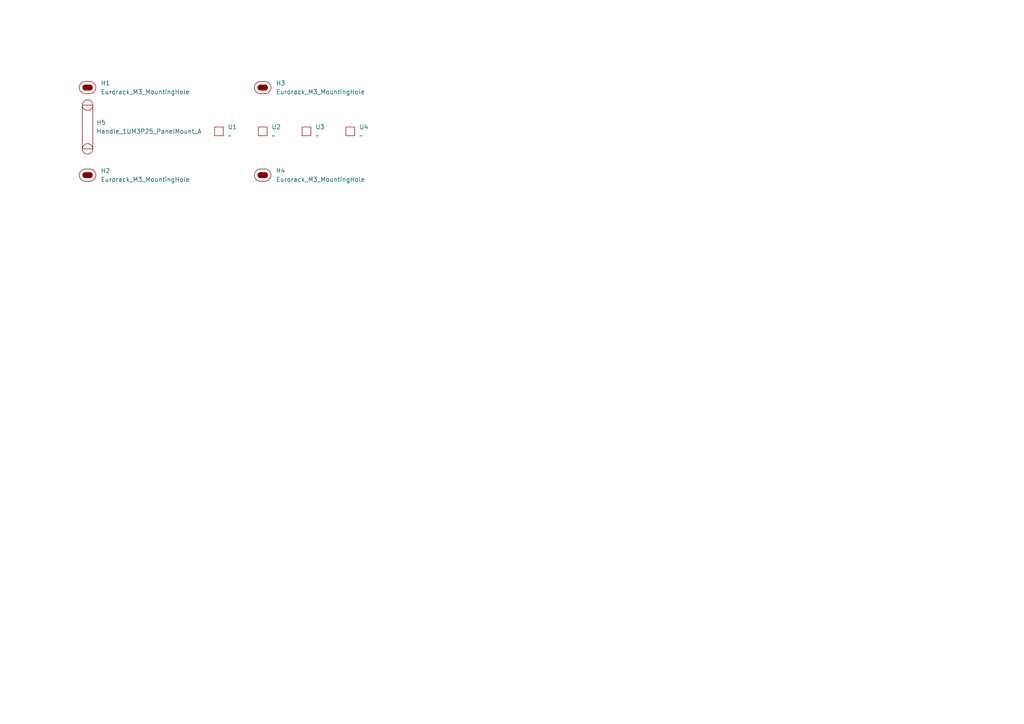
<source format=kicad_sch>
(kicad_sch (version 20250114) (generator "eeschema") (generator_version "9.0")
  (paper "A4")
  (lib_symbols
    (symbol "EXC:Eurorack_M3_MountingHole" (pin_names (offset 1.016))
      (property "Reference" "H" (at 0 5.08 0))
      (property "Value" "Eurorack_M3_MountingHole" (at 0 3.175 0))
      (symbol "Eurorack_M3_MountingHole_0_1"
        (polyline (pts (xy -0.635 0.762) (xy 0.635 0.762)))
        (circle (center -0.635 0) (radius 0.762) (fill (type outline)))
        (arc (start -0.635 -0.762) (mid -1.397 0) (end -0.635 0.762))
        (arc (start -0.635 -1.778) (mid -2.413 0) (end -0.635 1.778))
        (polyline (pts (xy -0.635 -0.762) (xy 0.635 -0.762)))
        (polyline (pts (xy -0.635 -1.778) (xy 0.635 -1.778)))
        (circle (center 0 0) (radius 0.762) (fill (type outline)))
        (polyline (pts (xy 0.635 1.778) (xy -0.635 1.778)))
        (arc (start 0.6141 1.778) (mid 2.4131 0) (end 0.6141 -1.778))
        (arc (start 0.6227 0.762) (mid 1.3971 0) (end 0.6227 -0.762))
        (circle (center 0.635 0) (radius 0.762) (fill (type outline)))
      )
    )
    (symbol "EXC:Handle_1UM3P25_A"
      (property "Reference" "H" (at 0 -6.35 0))
      (property "Value" "Handle_1UM3P25_PanelMount_A" (at 0.254 -17.018 0))
      (symbol "Handle_1UM3P25_A_0_1"
        (rectangle (start -1.524 0) (end 1.524 -12.7))
        (circle (center 0 0) (radius 1.524))
        (circle (center 0 -12.7) (radius 1.524))
      )
    )
    (symbol "EXC:SW_CherrySwitch_Clearance_Inner"
      (property "Reference" "U" (at 0 0 0))
      (symbol "SW_CherrySwitch_Clearance_Inner_0_1"
        (rectangle (start -1.27 1.27) (end 1.27 -1.27))
      )
    )
  )
  (symbol (lib_id "EXC:SW_CherrySwitch_Clearance_Inner") (at 63.5 38.1 0) (unit 1)
    (property "Reference" "U1" (at 66.04 36.8299 0) (effects (justify left)))
    (property "Value" "~" (at 66.04 39.3699 0) (effects (justify left)))
    (property "Footprint" "EXC:SW_Cherry_MX_1.00u_Clearance" (effects (hide yes)))
  )
  (symbol (lib_id "EXC:Eurorack_M3_MountingHole") (at 76.2 25.4 0) (unit 1)
    (property "Reference" "H3" (at 80.01 24.1299 0) (effects (justify left)))
    (property "Value" "Eurorack_M3_MountingHole" (at 80.01 26.6699 0) (effects (justify left)))
    (property "Footprint" "EXC:MountingHole_3.2mm_M3" (effects (hide yes)))
    (property "Description" "Mounting Hole without connection" (effects (hide yes)))
  )
  (symbol (lib_id "EXC:Eurorack_M3_MountingHole") (at 76.2 50.8 0) (unit 1)
    (property "Reference" "H4" (at 80.01 49.5299 0) (effects (justify left)))
    (property "Value" "Eurorack_M3_MountingHole" (at 80.01 52.0699 0) (effects (justify left)))
    (property "Footprint" "EXC:MountingHole_3.2mm_M3" (effects (hide yes)))
    (property "Description" "Mounting Hole without connection" (effects (hide yes)))
  )
  (symbol (lib_id "EXC:SW_CherrySwitch_Clearance_Inner") (at 76.2 38.1 0) (unit 1)
    (property "Reference" "U2" (at 78.74 36.8299 0) (effects (justify left)))
    (property "Value" "~" (at 78.74 39.3699 0) (effects (justify left)))
    (property "Footprint" "EXC:SW_Cherry_MX_1.00u_Clearance" (effects (hide yes)))
  )
  (symbol (lib_id "EXC:Eurorack_M3_MountingHole") (at 25.4 25.4 0) (unit 1)
    (property "Reference" "H1" (at 29.21 24.1299 0) (effects (justify left)))
    (property "Value" "Eurorack_M3_MountingHole" (at 29.21 26.6699 0) (effects (justify left)))
    (property "Footprint" "EXC:MountingHole_3.2mm_M3" (effects (hide yes)))
    (property "Description" "Mounting Hole without connection" (effects (hide yes)))
  )
  (symbol (lib_id "EXC:SW_CherrySwitch_Clearance_Inner") (at 101.6 38.1 0) (unit 1)
    (property "Reference" "U4" (at 104.14 36.8299 0) (effects (justify left)))
    (property "Value" "~" (at 104.14 39.3699 0) (effects (justify left)))
    (property "Footprint" "EXC:SW_Cherry_MX_1.00u_Clearance" (effects (hide yes)))
  )
  (symbol (lib_id "EXC:Handle_1UM3P25_A") (at 25.4 30.48 0) (unit 1)
    (property "Reference" "H5" (at 27.94 35.5599 0) (effects (justify left)))
    (property "Value" "Handle_1UM3P25_PanelMount_A" (at 27.94 38.0999 0) (effects (justify left)))
    (property "Footprint" "EXC:Handle_1UM3P25_A" (effects (hide yes)))
  )
  (symbol (lib_id "EXC:SW_CherrySwitch_Clearance_Inner") (at 88.9 38.1 0) (unit 1)
    (property "Reference" "U3" (at 91.44 36.8299 0) (effects (justify left)))
    (property "Value" "~" (at 91.44 39.3699 0) (effects (justify left)))
    (property "Footprint" "EXC:SW_Cherry_MX_1.00u_Clearance" (effects (hide yes)))
  )
  (symbol (lib_id "EXC:Eurorack_M3_MountingHole") (at 25.4 50.8 0) (unit 1)
    (property "Reference" "H2" (at 29.21 49.5299 0) (effects (justify left)))
    (property "Value" "Eurorack_M3_MountingHole" (at 29.21 52.0699 0) (effects (justify left)))
    (property "Footprint" "EXC:MountingHole_3.2mm_M3" (effects (hide yes)))
    (property "Description" "Mounting Hole without connection" (effects (hide yes)))
  )
)
</source>
